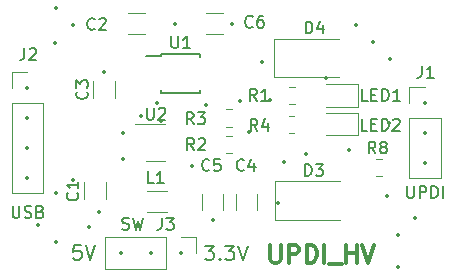
<source format=gto>
%TF.GenerationSoftware,KiCad,Pcbnew,7.0.7-7.0.7~ubuntu22.04.1*%
%TF.CreationDate,2023-08-23T16:26:45+03:00*%
%TF.ProjectId,updi_hv_reset,75706469-5f68-4765-9f72-657365742e6b,rev?*%
%TF.SameCoordinates,Original*%
%TF.FileFunction,Legend,Top*%
%TF.FilePolarity,Positive*%
%FSLAX46Y46*%
G04 Gerber Fmt 4.6, Leading zero omitted, Abs format (unit mm)*
G04 Created by KiCad (PCBNEW 7.0.7-7.0.7~ubuntu22.04.1) date 2023-08-23 16:26:45*
%MOMM*%
%LPD*%
G01*
G04 APERTURE LIST*
%ADD10C,0.300000*%
%ADD11C,0.200000*%
%ADD12C,0.150000*%
%ADD13C,0.120000*%
%ADD14C,0.350000*%
G04 APERTURE END LIST*
D10*
X122784510Y-121870828D02*
X122784510Y-123085114D01*
X122784510Y-123085114D02*
X122855939Y-123227971D01*
X122855939Y-123227971D02*
X122927368Y-123299400D01*
X122927368Y-123299400D02*
X123070225Y-123370828D01*
X123070225Y-123370828D02*
X123355939Y-123370828D01*
X123355939Y-123370828D02*
X123498796Y-123299400D01*
X123498796Y-123299400D02*
X123570225Y-123227971D01*
X123570225Y-123227971D02*
X123641653Y-123085114D01*
X123641653Y-123085114D02*
X123641653Y-121870828D01*
X124355939Y-123370828D02*
X124355939Y-121870828D01*
X124355939Y-121870828D02*
X124927368Y-121870828D01*
X124927368Y-121870828D02*
X125070225Y-121942257D01*
X125070225Y-121942257D02*
X125141654Y-122013685D01*
X125141654Y-122013685D02*
X125213082Y-122156542D01*
X125213082Y-122156542D02*
X125213082Y-122370828D01*
X125213082Y-122370828D02*
X125141654Y-122513685D01*
X125141654Y-122513685D02*
X125070225Y-122585114D01*
X125070225Y-122585114D02*
X124927368Y-122656542D01*
X124927368Y-122656542D02*
X124355939Y-122656542D01*
X125855939Y-123370828D02*
X125855939Y-121870828D01*
X125855939Y-121870828D02*
X126213082Y-121870828D01*
X126213082Y-121870828D02*
X126427368Y-121942257D01*
X126427368Y-121942257D02*
X126570225Y-122085114D01*
X126570225Y-122085114D02*
X126641654Y-122227971D01*
X126641654Y-122227971D02*
X126713082Y-122513685D01*
X126713082Y-122513685D02*
X126713082Y-122727971D01*
X126713082Y-122727971D02*
X126641654Y-123013685D01*
X126641654Y-123013685D02*
X126570225Y-123156542D01*
X126570225Y-123156542D02*
X126427368Y-123299400D01*
X126427368Y-123299400D02*
X126213082Y-123370828D01*
X126213082Y-123370828D02*
X125855939Y-123370828D01*
X127355939Y-123370828D02*
X127355939Y-121870828D01*
X127713083Y-123513685D02*
X128855940Y-123513685D01*
X129213082Y-123370828D02*
X129213082Y-121870828D01*
X129213082Y-122585114D02*
X130070225Y-122585114D01*
X130070225Y-123370828D02*
X130070225Y-121870828D01*
X130570226Y-121870828D02*
X131070226Y-123370828D01*
X131070226Y-123370828D02*
X131570226Y-121870828D01*
D11*
X117253006Y-121962742D02*
X117995863Y-121962742D01*
X117995863Y-121962742D02*
X117595863Y-122419885D01*
X117595863Y-122419885D02*
X117767292Y-122419885D01*
X117767292Y-122419885D02*
X117881578Y-122477028D01*
X117881578Y-122477028D02*
X117938720Y-122534171D01*
X117938720Y-122534171D02*
X117995863Y-122648457D01*
X117995863Y-122648457D02*
X117995863Y-122934171D01*
X117995863Y-122934171D02*
X117938720Y-123048457D01*
X117938720Y-123048457D02*
X117881578Y-123105600D01*
X117881578Y-123105600D02*
X117767292Y-123162742D01*
X117767292Y-123162742D02*
X117424435Y-123162742D01*
X117424435Y-123162742D02*
X117310149Y-123105600D01*
X117310149Y-123105600D02*
X117253006Y-123048457D01*
X118510149Y-123048457D02*
X118567292Y-123105600D01*
X118567292Y-123105600D02*
X118510149Y-123162742D01*
X118510149Y-123162742D02*
X118453006Y-123105600D01*
X118453006Y-123105600D02*
X118510149Y-123048457D01*
X118510149Y-123048457D02*
X118510149Y-123162742D01*
X118967292Y-121962742D02*
X119710149Y-121962742D01*
X119710149Y-121962742D02*
X119310149Y-122419885D01*
X119310149Y-122419885D02*
X119481578Y-122419885D01*
X119481578Y-122419885D02*
X119595864Y-122477028D01*
X119595864Y-122477028D02*
X119653006Y-122534171D01*
X119653006Y-122534171D02*
X119710149Y-122648457D01*
X119710149Y-122648457D02*
X119710149Y-122934171D01*
X119710149Y-122934171D02*
X119653006Y-123048457D01*
X119653006Y-123048457D02*
X119595864Y-123105600D01*
X119595864Y-123105600D02*
X119481578Y-123162742D01*
X119481578Y-123162742D02*
X119138721Y-123162742D01*
X119138721Y-123162742D02*
X119024435Y-123105600D01*
X119024435Y-123105600D02*
X118967292Y-123048457D01*
X120053006Y-121962742D02*
X120453006Y-123162742D01*
X120453006Y-123162742D02*
X120853006Y-121962742D01*
X106728720Y-121912742D02*
X106157292Y-121912742D01*
X106157292Y-121912742D02*
X106100149Y-122484171D01*
X106100149Y-122484171D02*
X106157292Y-122427028D01*
X106157292Y-122427028D02*
X106271578Y-122369885D01*
X106271578Y-122369885D02*
X106557292Y-122369885D01*
X106557292Y-122369885D02*
X106671578Y-122427028D01*
X106671578Y-122427028D02*
X106728720Y-122484171D01*
X106728720Y-122484171D02*
X106785863Y-122598457D01*
X106785863Y-122598457D02*
X106785863Y-122884171D01*
X106785863Y-122884171D02*
X106728720Y-122998457D01*
X106728720Y-122998457D02*
X106671578Y-123055600D01*
X106671578Y-123055600D02*
X106557292Y-123112742D01*
X106557292Y-123112742D02*
X106271578Y-123112742D01*
X106271578Y-123112742D02*
X106157292Y-123055600D01*
X106157292Y-123055600D02*
X106100149Y-122998457D01*
X107128720Y-121912742D02*
X107528720Y-123112742D01*
X107528720Y-123112742D02*
X107928720Y-121912742D01*
D12*
X101956666Y-105214819D02*
X101956666Y-105929104D01*
X101956666Y-105929104D02*
X101909047Y-106071961D01*
X101909047Y-106071961D02*
X101813809Y-106167200D01*
X101813809Y-106167200D02*
X101670952Y-106214819D01*
X101670952Y-106214819D02*
X101575714Y-106214819D01*
X102385238Y-105310057D02*
X102432857Y-105262438D01*
X102432857Y-105262438D02*
X102528095Y-105214819D01*
X102528095Y-105214819D02*
X102766190Y-105214819D01*
X102766190Y-105214819D02*
X102861428Y-105262438D01*
X102861428Y-105262438D02*
X102909047Y-105310057D01*
X102909047Y-105310057D02*
X102956666Y-105405295D01*
X102956666Y-105405295D02*
X102956666Y-105500533D01*
X102956666Y-105500533D02*
X102909047Y-105643390D01*
X102909047Y-105643390D02*
X102337619Y-106214819D01*
X102337619Y-106214819D02*
X102956666Y-106214819D01*
X100958095Y-118574819D02*
X100958095Y-119384342D01*
X100958095Y-119384342D02*
X101005714Y-119479580D01*
X101005714Y-119479580D02*
X101053333Y-119527200D01*
X101053333Y-119527200D02*
X101148571Y-119574819D01*
X101148571Y-119574819D02*
X101339047Y-119574819D01*
X101339047Y-119574819D02*
X101434285Y-119527200D01*
X101434285Y-119527200D02*
X101481904Y-119479580D01*
X101481904Y-119479580D02*
X101529523Y-119384342D01*
X101529523Y-119384342D02*
X101529523Y-118574819D01*
X101958095Y-119527200D02*
X102100952Y-119574819D01*
X102100952Y-119574819D02*
X102339047Y-119574819D01*
X102339047Y-119574819D02*
X102434285Y-119527200D01*
X102434285Y-119527200D02*
X102481904Y-119479580D01*
X102481904Y-119479580D02*
X102529523Y-119384342D01*
X102529523Y-119384342D02*
X102529523Y-119289104D01*
X102529523Y-119289104D02*
X102481904Y-119193866D01*
X102481904Y-119193866D02*
X102434285Y-119146247D01*
X102434285Y-119146247D02*
X102339047Y-119098628D01*
X102339047Y-119098628D02*
X102148571Y-119051009D01*
X102148571Y-119051009D02*
X102053333Y-119003390D01*
X102053333Y-119003390D02*
X102005714Y-118955771D01*
X102005714Y-118955771D02*
X101958095Y-118860533D01*
X101958095Y-118860533D02*
X101958095Y-118765295D01*
X101958095Y-118765295D02*
X102005714Y-118670057D01*
X102005714Y-118670057D02*
X102053333Y-118622438D01*
X102053333Y-118622438D02*
X102148571Y-118574819D01*
X102148571Y-118574819D02*
X102386666Y-118574819D01*
X102386666Y-118574819D02*
X102529523Y-118622438D01*
X103291428Y-119051009D02*
X103434285Y-119098628D01*
X103434285Y-119098628D02*
X103481904Y-119146247D01*
X103481904Y-119146247D02*
X103529523Y-119241485D01*
X103529523Y-119241485D02*
X103529523Y-119384342D01*
X103529523Y-119384342D02*
X103481904Y-119479580D01*
X103481904Y-119479580D02*
X103434285Y-119527200D01*
X103434285Y-119527200D02*
X103339047Y-119574819D01*
X103339047Y-119574819D02*
X102958095Y-119574819D01*
X102958095Y-119574819D02*
X102958095Y-118574819D01*
X102958095Y-118574819D02*
X103291428Y-118574819D01*
X103291428Y-118574819D02*
X103386666Y-118622438D01*
X103386666Y-118622438D02*
X103434285Y-118670057D01*
X103434285Y-118670057D02*
X103481904Y-118765295D01*
X103481904Y-118765295D02*
X103481904Y-118860533D01*
X103481904Y-118860533D02*
X103434285Y-118955771D01*
X103434285Y-118955771D02*
X103386666Y-119003390D01*
X103386666Y-119003390D02*
X103291428Y-119051009D01*
X103291428Y-119051009D02*
X102958095Y-119051009D01*
X121680833Y-112214819D02*
X121347500Y-111738628D01*
X121109405Y-112214819D02*
X121109405Y-111214819D01*
X121109405Y-111214819D02*
X121490357Y-111214819D01*
X121490357Y-111214819D02*
X121585595Y-111262438D01*
X121585595Y-111262438D02*
X121633214Y-111310057D01*
X121633214Y-111310057D02*
X121680833Y-111405295D01*
X121680833Y-111405295D02*
X121680833Y-111548152D01*
X121680833Y-111548152D02*
X121633214Y-111643390D01*
X121633214Y-111643390D02*
X121585595Y-111691009D01*
X121585595Y-111691009D02*
X121490357Y-111738628D01*
X121490357Y-111738628D02*
X121109405Y-111738628D01*
X122537976Y-111548152D02*
X122537976Y-112214819D01*
X122299881Y-111167200D02*
X122061786Y-111881485D01*
X122061786Y-111881485D02*
X122680833Y-111881485D01*
X112320595Y-110264819D02*
X112320595Y-111074342D01*
X112320595Y-111074342D02*
X112368214Y-111169580D01*
X112368214Y-111169580D02*
X112415833Y-111217200D01*
X112415833Y-111217200D02*
X112511071Y-111264819D01*
X112511071Y-111264819D02*
X112701547Y-111264819D01*
X112701547Y-111264819D02*
X112796785Y-111217200D01*
X112796785Y-111217200D02*
X112844404Y-111169580D01*
X112844404Y-111169580D02*
X112892023Y-111074342D01*
X112892023Y-111074342D02*
X112892023Y-110264819D01*
X113320595Y-110360057D02*
X113368214Y-110312438D01*
X113368214Y-110312438D02*
X113463452Y-110264819D01*
X113463452Y-110264819D02*
X113701547Y-110264819D01*
X113701547Y-110264819D02*
X113796785Y-110312438D01*
X113796785Y-110312438D02*
X113844404Y-110360057D01*
X113844404Y-110360057D02*
X113892023Y-110455295D01*
X113892023Y-110455295D02*
X113892023Y-110550533D01*
X113892023Y-110550533D02*
X113844404Y-110693390D01*
X113844404Y-110693390D02*
X113272976Y-111264819D01*
X113272976Y-111264819D02*
X113892023Y-111264819D01*
X106419580Y-117466666D02*
X106467200Y-117514285D01*
X106467200Y-117514285D02*
X106514819Y-117657142D01*
X106514819Y-117657142D02*
X106514819Y-117752380D01*
X106514819Y-117752380D02*
X106467200Y-117895237D01*
X106467200Y-117895237D02*
X106371961Y-117990475D01*
X106371961Y-117990475D02*
X106276723Y-118038094D01*
X106276723Y-118038094D02*
X106086247Y-118085713D01*
X106086247Y-118085713D02*
X105943390Y-118085713D01*
X105943390Y-118085713D02*
X105752914Y-118038094D01*
X105752914Y-118038094D02*
X105657676Y-117990475D01*
X105657676Y-117990475D02*
X105562438Y-117895237D01*
X105562438Y-117895237D02*
X105514819Y-117752380D01*
X105514819Y-117752380D02*
X105514819Y-117657142D01*
X105514819Y-117657142D02*
X105562438Y-117514285D01*
X105562438Y-117514285D02*
X105610057Y-117466666D01*
X106514819Y-116514285D02*
X106514819Y-117085713D01*
X106514819Y-116799999D02*
X105514819Y-116799999D01*
X105514819Y-116799999D02*
X105657676Y-116895237D01*
X105657676Y-116895237D02*
X105752914Y-116990475D01*
X105752914Y-116990475D02*
X105800533Y-117085713D01*
X125761905Y-103964819D02*
X125761905Y-102964819D01*
X125761905Y-102964819D02*
X126000000Y-102964819D01*
X126000000Y-102964819D02*
X126142857Y-103012438D01*
X126142857Y-103012438D02*
X126238095Y-103107676D01*
X126238095Y-103107676D02*
X126285714Y-103202914D01*
X126285714Y-103202914D02*
X126333333Y-103393390D01*
X126333333Y-103393390D02*
X126333333Y-103536247D01*
X126333333Y-103536247D02*
X126285714Y-103726723D01*
X126285714Y-103726723D02*
X126238095Y-103821961D01*
X126238095Y-103821961D02*
X126142857Y-103917200D01*
X126142857Y-103917200D02*
X126000000Y-103964819D01*
X126000000Y-103964819D02*
X125761905Y-103964819D01*
X127190476Y-103298152D02*
X127190476Y-103964819D01*
X126952381Y-102917200D02*
X126714286Y-103631485D01*
X126714286Y-103631485D02*
X127333333Y-103631485D01*
X131673333Y-114134819D02*
X131340000Y-113658628D01*
X131101905Y-114134819D02*
X131101905Y-113134819D01*
X131101905Y-113134819D02*
X131482857Y-113134819D01*
X131482857Y-113134819D02*
X131578095Y-113182438D01*
X131578095Y-113182438D02*
X131625714Y-113230057D01*
X131625714Y-113230057D02*
X131673333Y-113325295D01*
X131673333Y-113325295D02*
X131673333Y-113468152D01*
X131673333Y-113468152D02*
X131625714Y-113563390D01*
X131625714Y-113563390D02*
X131578095Y-113611009D01*
X131578095Y-113611009D02*
X131482857Y-113658628D01*
X131482857Y-113658628D02*
X131101905Y-113658628D01*
X132244762Y-113563390D02*
X132149524Y-113515771D01*
X132149524Y-113515771D02*
X132101905Y-113468152D01*
X132101905Y-113468152D02*
X132054286Y-113372914D01*
X132054286Y-113372914D02*
X132054286Y-113325295D01*
X132054286Y-113325295D02*
X132101905Y-113230057D01*
X132101905Y-113230057D02*
X132149524Y-113182438D01*
X132149524Y-113182438D02*
X132244762Y-113134819D01*
X132244762Y-113134819D02*
X132435238Y-113134819D01*
X132435238Y-113134819D02*
X132530476Y-113182438D01*
X132530476Y-113182438D02*
X132578095Y-113230057D01*
X132578095Y-113230057D02*
X132625714Y-113325295D01*
X132625714Y-113325295D02*
X132625714Y-113372914D01*
X132625714Y-113372914D02*
X132578095Y-113468152D01*
X132578095Y-113468152D02*
X132530476Y-113515771D01*
X132530476Y-113515771D02*
X132435238Y-113563390D01*
X132435238Y-113563390D02*
X132244762Y-113563390D01*
X132244762Y-113563390D02*
X132149524Y-113611009D01*
X132149524Y-113611009D02*
X132101905Y-113658628D01*
X132101905Y-113658628D02*
X132054286Y-113753866D01*
X132054286Y-113753866D02*
X132054286Y-113944342D01*
X132054286Y-113944342D02*
X132101905Y-114039580D01*
X132101905Y-114039580D02*
X132149524Y-114087200D01*
X132149524Y-114087200D02*
X132244762Y-114134819D01*
X132244762Y-114134819D02*
X132435238Y-114134819D01*
X132435238Y-114134819D02*
X132530476Y-114087200D01*
X132530476Y-114087200D02*
X132578095Y-114039580D01*
X132578095Y-114039580D02*
X132625714Y-113944342D01*
X132625714Y-113944342D02*
X132625714Y-113753866D01*
X132625714Y-113753866D02*
X132578095Y-113658628D01*
X132578095Y-113658628D02*
X132530476Y-113611009D01*
X132530476Y-113611009D02*
X132435238Y-113563390D01*
X130970952Y-112194819D02*
X130494762Y-112194819D01*
X130494762Y-112194819D02*
X130494762Y-111194819D01*
X131304286Y-111671009D02*
X131637619Y-111671009D01*
X131780476Y-112194819D02*
X131304286Y-112194819D01*
X131304286Y-112194819D02*
X131304286Y-111194819D01*
X131304286Y-111194819D02*
X131780476Y-111194819D01*
X132209048Y-112194819D02*
X132209048Y-111194819D01*
X132209048Y-111194819D02*
X132447143Y-111194819D01*
X132447143Y-111194819D02*
X132590000Y-111242438D01*
X132590000Y-111242438D02*
X132685238Y-111337676D01*
X132685238Y-111337676D02*
X132732857Y-111432914D01*
X132732857Y-111432914D02*
X132780476Y-111623390D01*
X132780476Y-111623390D02*
X132780476Y-111766247D01*
X132780476Y-111766247D02*
X132732857Y-111956723D01*
X132732857Y-111956723D02*
X132685238Y-112051961D01*
X132685238Y-112051961D02*
X132590000Y-112147200D01*
X132590000Y-112147200D02*
X132447143Y-112194819D01*
X132447143Y-112194819D02*
X132209048Y-112194819D01*
X133161429Y-111290057D02*
X133209048Y-111242438D01*
X133209048Y-111242438D02*
X133304286Y-111194819D01*
X133304286Y-111194819D02*
X133542381Y-111194819D01*
X133542381Y-111194819D02*
X133637619Y-111242438D01*
X133637619Y-111242438D02*
X133685238Y-111290057D01*
X133685238Y-111290057D02*
X133732857Y-111385295D01*
X133732857Y-111385295D02*
X133732857Y-111480533D01*
X133732857Y-111480533D02*
X133685238Y-111623390D01*
X133685238Y-111623390D02*
X133113810Y-112194819D01*
X133113810Y-112194819D02*
X133732857Y-112194819D01*
X135586666Y-106714819D02*
X135586666Y-107429104D01*
X135586666Y-107429104D02*
X135539047Y-107571961D01*
X135539047Y-107571961D02*
X135443809Y-107667200D01*
X135443809Y-107667200D02*
X135300952Y-107714819D01*
X135300952Y-107714819D02*
X135205714Y-107714819D01*
X136586666Y-107714819D02*
X136015238Y-107714819D01*
X136300952Y-107714819D02*
X136300952Y-106714819D01*
X136300952Y-106714819D02*
X136205714Y-106857676D01*
X136205714Y-106857676D02*
X136110476Y-106952914D01*
X136110476Y-106952914D02*
X136015238Y-107000533D01*
X134356191Y-116884819D02*
X134356191Y-117694342D01*
X134356191Y-117694342D02*
X134403810Y-117789580D01*
X134403810Y-117789580D02*
X134451429Y-117837200D01*
X134451429Y-117837200D02*
X134546667Y-117884819D01*
X134546667Y-117884819D02*
X134737143Y-117884819D01*
X134737143Y-117884819D02*
X134832381Y-117837200D01*
X134832381Y-117837200D02*
X134880000Y-117789580D01*
X134880000Y-117789580D02*
X134927619Y-117694342D01*
X134927619Y-117694342D02*
X134927619Y-116884819D01*
X135403810Y-117884819D02*
X135403810Y-116884819D01*
X135403810Y-116884819D02*
X135784762Y-116884819D01*
X135784762Y-116884819D02*
X135880000Y-116932438D01*
X135880000Y-116932438D02*
X135927619Y-116980057D01*
X135927619Y-116980057D02*
X135975238Y-117075295D01*
X135975238Y-117075295D02*
X135975238Y-117218152D01*
X135975238Y-117218152D02*
X135927619Y-117313390D01*
X135927619Y-117313390D02*
X135880000Y-117361009D01*
X135880000Y-117361009D02*
X135784762Y-117408628D01*
X135784762Y-117408628D02*
X135403810Y-117408628D01*
X136403810Y-117884819D02*
X136403810Y-116884819D01*
X136403810Y-116884819D02*
X136641905Y-116884819D01*
X136641905Y-116884819D02*
X136784762Y-116932438D01*
X136784762Y-116932438D02*
X136880000Y-117027676D01*
X136880000Y-117027676D02*
X136927619Y-117122914D01*
X136927619Y-117122914D02*
X136975238Y-117313390D01*
X136975238Y-117313390D02*
X136975238Y-117456247D01*
X136975238Y-117456247D02*
X136927619Y-117646723D01*
X136927619Y-117646723D02*
X136880000Y-117741961D01*
X136880000Y-117741961D02*
X136784762Y-117837200D01*
X136784762Y-117837200D02*
X136641905Y-117884819D01*
X136641905Y-117884819D02*
X136403810Y-117884819D01*
X137403810Y-117884819D02*
X137403810Y-116884819D01*
X107219580Y-108906666D02*
X107267200Y-108954285D01*
X107267200Y-108954285D02*
X107314819Y-109097142D01*
X107314819Y-109097142D02*
X107314819Y-109192380D01*
X107314819Y-109192380D02*
X107267200Y-109335237D01*
X107267200Y-109335237D02*
X107171961Y-109430475D01*
X107171961Y-109430475D02*
X107076723Y-109478094D01*
X107076723Y-109478094D02*
X106886247Y-109525713D01*
X106886247Y-109525713D02*
X106743390Y-109525713D01*
X106743390Y-109525713D02*
X106552914Y-109478094D01*
X106552914Y-109478094D02*
X106457676Y-109430475D01*
X106457676Y-109430475D02*
X106362438Y-109335237D01*
X106362438Y-109335237D02*
X106314819Y-109192380D01*
X106314819Y-109192380D02*
X106314819Y-109097142D01*
X106314819Y-109097142D02*
X106362438Y-108954285D01*
X106362438Y-108954285D02*
X106410057Y-108906666D01*
X106314819Y-108573332D02*
X106314819Y-107954285D01*
X106314819Y-107954285D02*
X106695771Y-108287618D01*
X106695771Y-108287618D02*
X106695771Y-108144761D01*
X106695771Y-108144761D02*
X106743390Y-108049523D01*
X106743390Y-108049523D02*
X106791009Y-108001904D01*
X106791009Y-108001904D02*
X106886247Y-107954285D01*
X106886247Y-107954285D02*
X107124342Y-107954285D01*
X107124342Y-107954285D02*
X107219580Y-108001904D01*
X107219580Y-108001904D02*
X107267200Y-108049523D01*
X107267200Y-108049523D02*
X107314819Y-108144761D01*
X107314819Y-108144761D02*
X107314819Y-108430475D01*
X107314819Y-108430475D02*
X107267200Y-108525713D01*
X107267200Y-108525713D02*
X107219580Y-108573332D01*
X125701905Y-116044819D02*
X125701905Y-115044819D01*
X125701905Y-115044819D02*
X125940000Y-115044819D01*
X125940000Y-115044819D02*
X126082857Y-115092438D01*
X126082857Y-115092438D02*
X126178095Y-115187676D01*
X126178095Y-115187676D02*
X126225714Y-115282914D01*
X126225714Y-115282914D02*
X126273333Y-115473390D01*
X126273333Y-115473390D02*
X126273333Y-115616247D01*
X126273333Y-115616247D02*
X126225714Y-115806723D01*
X126225714Y-115806723D02*
X126178095Y-115901961D01*
X126178095Y-115901961D02*
X126082857Y-115997200D01*
X126082857Y-115997200D02*
X125940000Y-116044819D01*
X125940000Y-116044819D02*
X125701905Y-116044819D01*
X126606667Y-115044819D02*
X127225714Y-115044819D01*
X127225714Y-115044819D02*
X126892381Y-115425771D01*
X126892381Y-115425771D02*
X127035238Y-115425771D01*
X127035238Y-115425771D02*
X127130476Y-115473390D01*
X127130476Y-115473390D02*
X127178095Y-115521009D01*
X127178095Y-115521009D02*
X127225714Y-115616247D01*
X127225714Y-115616247D02*
X127225714Y-115854342D01*
X127225714Y-115854342D02*
X127178095Y-115949580D01*
X127178095Y-115949580D02*
X127130476Y-115997200D01*
X127130476Y-115997200D02*
X127035238Y-116044819D01*
X127035238Y-116044819D02*
X126749524Y-116044819D01*
X126749524Y-116044819D02*
X126654286Y-115997200D01*
X126654286Y-115997200D02*
X126606667Y-115949580D01*
X114388095Y-104204819D02*
X114388095Y-105014342D01*
X114388095Y-105014342D02*
X114435714Y-105109580D01*
X114435714Y-105109580D02*
X114483333Y-105157200D01*
X114483333Y-105157200D02*
X114578571Y-105204819D01*
X114578571Y-105204819D02*
X114769047Y-105204819D01*
X114769047Y-105204819D02*
X114864285Y-105157200D01*
X114864285Y-105157200D02*
X114911904Y-105109580D01*
X114911904Y-105109580D02*
X114959523Y-105014342D01*
X114959523Y-105014342D02*
X114959523Y-104204819D01*
X115959523Y-105204819D02*
X115388095Y-105204819D01*
X115673809Y-105204819D02*
X115673809Y-104204819D01*
X115673809Y-104204819D02*
X115578571Y-104347676D01*
X115578571Y-104347676D02*
X115483333Y-104442914D01*
X115483333Y-104442914D02*
X115388095Y-104490533D01*
X120533333Y-115519580D02*
X120485714Y-115567200D01*
X120485714Y-115567200D02*
X120342857Y-115614819D01*
X120342857Y-115614819D02*
X120247619Y-115614819D01*
X120247619Y-115614819D02*
X120104762Y-115567200D01*
X120104762Y-115567200D02*
X120009524Y-115471961D01*
X120009524Y-115471961D02*
X119961905Y-115376723D01*
X119961905Y-115376723D02*
X119914286Y-115186247D01*
X119914286Y-115186247D02*
X119914286Y-115043390D01*
X119914286Y-115043390D02*
X119961905Y-114852914D01*
X119961905Y-114852914D02*
X120009524Y-114757676D01*
X120009524Y-114757676D02*
X120104762Y-114662438D01*
X120104762Y-114662438D02*
X120247619Y-114614819D01*
X120247619Y-114614819D02*
X120342857Y-114614819D01*
X120342857Y-114614819D02*
X120485714Y-114662438D01*
X120485714Y-114662438D02*
X120533333Y-114710057D01*
X121390476Y-114948152D02*
X121390476Y-115614819D01*
X121152381Y-114567200D02*
X120914286Y-115281485D01*
X120914286Y-115281485D02*
X121533333Y-115281485D01*
X112883333Y-116644819D02*
X112407143Y-116644819D01*
X112407143Y-116644819D02*
X112407143Y-115644819D01*
X113740476Y-116644819D02*
X113169048Y-116644819D01*
X113454762Y-116644819D02*
X113454762Y-115644819D01*
X113454762Y-115644819D02*
X113359524Y-115787676D01*
X113359524Y-115787676D02*
X113264286Y-115882914D01*
X113264286Y-115882914D02*
X113169048Y-115930533D01*
X116273333Y-111654819D02*
X115940000Y-111178628D01*
X115701905Y-111654819D02*
X115701905Y-110654819D01*
X115701905Y-110654819D02*
X116082857Y-110654819D01*
X116082857Y-110654819D02*
X116178095Y-110702438D01*
X116178095Y-110702438D02*
X116225714Y-110750057D01*
X116225714Y-110750057D02*
X116273333Y-110845295D01*
X116273333Y-110845295D02*
X116273333Y-110988152D01*
X116273333Y-110988152D02*
X116225714Y-111083390D01*
X116225714Y-111083390D02*
X116178095Y-111131009D01*
X116178095Y-111131009D02*
X116082857Y-111178628D01*
X116082857Y-111178628D02*
X115701905Y-111178628D01*
X116606667Y-110654819D02*
X117225714Y-110654819D01*
X117225714Y-110654819D02*
X116892381Y-111035771D01*
X116892381Y-111035771D02*
X117035238Y-111035771D01*
X117035238Y-111035771D02*
X117130476Y-111083390D01*
X117130476Y-111083390D02*
X117178095Y-111131009D01*
X117178095Y-111131009D02*
X117225714Y-111226247D01*
X117225714Y-111226247D02*
X117225714Y-111464342D01*
X117225714Y-111464342D02*
X117178095Y-111559580D01*
X117178095Y-111559580D02*
X117130476Y-111607200D01*
X117130476Y-111607200D02*
X117035238Y-111654819D01*
X117035238Y-111654819D02*
X116749524Y-111654819D01*
X116749524Y-111654819D02*
X116654286Y-111607200D01*
X116654286Y-111607200D02*
X116606667Y-111559580D01*
X121263333Y-103389580D02*
X121215714Y-103437200D01*
X121215714Y-103437200D02*
X121072857Y-103484819D01*
X121072857Y-103484819D02*
X120977619Y-103484819D01*
X120977619Y-103484819D02*
X120834762Y-103437200D01*
X120834762Y-103437200D02*
X120739524Y-103341961D01*
X120739524Y-103341961D02*
X120691905Y-103246723D01*
X120691905Y-103246723D02*
X120644286Y-103056247D01*
X120644286Y-103056247D02*
X120644286Y-102913390D01*
X120644286Y-102913390D02*
X120691905Y-102722914D01*
X120691905Y-102722914D02*
X120739524Y-102627676D01*
X120739524Y-102627676D02*
X120834762Y-102532438D01*
X120834762Y-102532438D02*
X120977619Y-102484819D01*
X120977619Y-102484819D02*
X121072857Y-102484819D01*
X121072857Y-102484819D02*
X121215714Y-102532438D01*
X121215714Y-102532438D02*
X121263333Y-102580057D01*
X122120476Y-102484819D02*
X121930000Y-102484819D01*
X121930000Y-102484819D02*
X121834762Y-102532438D01*
X121834762Y-102532438D02*
X121787143Y-102580057D01*
X121787143Y-102580057D02*
X121691905Y-102722914D01*
X121691905Y-102722914D02*
X121644286Y-102913390D01*
X121644286Y-102913390D02*
X121644286Y-103294342D01*
X121644286Y-103294342D02*
X121691905Y-103389580D01*
X121691905Y-103389580D02*
X121739524Y-103437200D01*
X121739524Y-103437200D02*
X121834762Y-103484819D01*
X121834762Y-103484819D02*
X122025238Y-103484819D01*
X122025238Y-103484819D02*
X122120476Y-103437200D01*
X122120476Y-103437200D02*
X122168095Y-103389580D01*
X122168095Y-103389580D02*
X122215714Y-103294342D01*
X122215714Y-103294342D02*
X122215714Y-103056247D01*
X122215714Y-103056247D02*
X122168095Y-102961009D01*
X122168095Y-102961009D02*
X122120476Y-102913390D01*
X122120476Y-102913390D02*
X122025238Y-102865771D01*
X122025238Y-102865771D02*
X121834762Y-102865771D01*
X121834762Y-102865771D02*
X121739524Y-102913390D01*
X121739524Y-102913390D02*
X121691905Y-102961009D01*
X121691905Y-102961009D02*
X121644286Y-103056247D01*
X117603333Y-115519580D02*
X117555714Y-115567200D01*
X117555714Y-115567200D02*
X117412857Y-115614819D01*
X117412857Y-115614819D02*
X117317619Y-115614819D01*
X117317619Y-115614819D02*
X117174762Y-115567200D01*
X117174762Y-115567200D02*
X117079524Y-115471961D01*
X117079524Y-115471961D02*
X117031905Y-115376723D01*
X117031905Y-115376723D02*
X116984286Y-115186247D01*
X116984286Y-115186247D02*
X116984286Y-115043390D01*
X116984286Y-115043390D02*
X117031905Y-114852914D01*
X117031905Y-114852914D02*
X117079524Y-114757676D01*
X117079524Y-114757676D02*
X117174762Y-114662438D01*
X117174762Y-114662438D02*
X117317619Y-114614819D01*
X117317619Y-114614819D02*
X117412857Y-114614819D01*
X117412857Y-114614819D02*
X117555714Y-114662438D01*
X117555714Y-114662438D02*
X117603333Y-114710057D01*
X118508095Y-114614819D02*
X118031905Y-114614819D01*
X118031905Y-114614819D02*
X117984286Y-115091009D01*
X117984286Y-115091009D02*
X118031905Y-115043390D01*
X118031905Y-115043390D02*
X118127143Y-114995771D01*
X118127143Y-114995771D02*
X118365238Y-114995771D01*
X118365238Y-114995771D02*
X118460476Y-115043390D01*
X118460476Y-115043390D02*
X118508095Y-115091009D01*
X118508095Y-115091009D02*
X118555714Y-115186247D01*
X118555714Y-115186247D02*
X118555714Y-115424342D01*
X118555714Y-115424342D02*
X118508095Y-115519580D01*
X118508095Y-115519580D02*
X118460476Y-115567200D01*
X118460476Y-115567200D02*
X118365238Y-115614819D01*
X118365238Y-115614819D02*
X118127143Y-115614819D01*
X118127143Y-115614819D02*
X118031905Y-115567200D01*
X118031905Y-115567200D02*
X117984286Y-115519580D01*
X131000952Y-109684819D02*
X130524762Y-109684819D01*
X130524762Y-109684819D02*
X130524762Y-108684819D01*
X131334286Y-109161009D02*
X131667619Y-109161009D01*
X131810476Y-109684819D02*
X131334286Y-109684819D01*
X131334286Y-109684819D02*
X131334286Y-108684819D01*
X131334286Y-108684819D02*
X131810476Y-108684819D01*
X132239048Y-109684819D02*
X132239048Y-108684819D01*
X132239048Y-108684819D02*
X132477143Y-108684819D01*
X132477143Y-108684819D02*
X132620000Y-108732438D01*
X132620000Y-108732438D02*
X132715238Y-108827676D01*
X132715238Y-108827676D02*
X132762857Y-108922914D01*
X132762857Y-108922914D02*
X132810476Y-109113390D01*
X132810476Y-109113390D02*
X132810476Y-109256247D01*
X132810476Y-109256247D02*
X132762857Y-109446723D01*
X132762857Y-109446723D02*
X132715238Y-109541961D01*
X132715238Y-109541961D02*
X132620000Y-109637200D01*
X132620000Y-109637200D02*
X132477143Y-109684819D01*
X132477143Y-109684819D02*
X132239048Y-109684819D01*
X133762857Y-109684819D02*
X133191429Y-109684819D01*
X133477143Y-109684819D02*
X133477143Y-108684819D01*
X133477143Y-108684819D02*
X133381905Y-108827676D01*
X133381905Y-108827676D02*
X133286667Y-108922914D01*
X133286667Y-108922914D02*
X133191429Y-108970533D01*
X113586666Y-119594819D02*
X113586666Y-120309104D01*
X113586666Y-120309104D02*
X113539047Y-120451961D01*
X113539047Y-120451961D02*
X113443809Y-120547200D01*
X113443809Y-120547200D02*
X113300952Y-120594819D01*
X113300952Y-120594819D02*
X113205714Y-120594819D01*
X113967619Y-119594819D02*
X114586666Y-119594819D01*
X114586666Y-119594819D02*
X114253333Y-119975771D01*
X114253333Y-119975771D02*
X114396190Y-119975771D01*
X114396190Y-119975771D02*
X114491428Y-120023390D01*
X114491428Y-120023390D02*
X114539047Y-120071009D01*
X114539047Y-120071009D02*
X114586666Y-120166247D01*
X114586666Y-120166247D02*
X114586666Y-120404342D01*
X114586666Y-120404342D02*
X114539047Y-120499580D01*
X114539047Y-120499580D02*
X114491428Y-120547200D01*
X114491428Y-120547200D02*
X114396190Y-120594819D01*
X114396190Y-120594819D02*
X114110476Y-120594819D01*
X114110476Y-120594819D02*
X114015238Y-120547200D01*
X114015238Y-120547200D02*
X113967619Y-120499580D01*
X110242857Y-120527200D02*
X110385714Y-120574819D01*
X110385714Y-120574819D02*
X110623809Y-120574819D01*
X110623809Y-120574819D02*
X110719047Y-120527200D01*
X110719047Y-120527200D02*
X110766666Y-120479580D01*
X110766666Y-120479580D02*
X110814285Y-120384342D01*
X110814285Y-120384342D02*
X110814285Y-120289104D01*
X110814285Y-120289104D02*
X110766666Y-120193866D01*
X110766666Y-120193866D02*
X110719047Y-120146247D01*
X110719047Y-120146247D02*
X110623809Y-120098628D01*
X110623809Y-120098628D02*
X110433333Y-120051009D01*
X110433333Y-120051009D02*
X110338095Y-120003390D01*
X110338095Y-120003390D02*
X110290476Y-119955771D01*
X110290476Y-119955771D02*
X110242857Y-119860533D01*
X110242857Y-119860533D02*
X110242857Y-119765295D01*
X110242857Y-119765295D02*
X110290476Y-119670057D01*
X110290476Y-119670057D02*
X110338095Y-119622438D01*
X110338095Y-119622438D02*
X110433333Y-119574819D01*
X110433333Y-119574819D02*
X110671428Y-119574819D01*
X110671428Y-119574819D02*
X110814285Y-119622438D01*
X111147619Y-119574819D02*
X111385714Y-120574819D01*
X111385714Y-120574819D02*
X111576190Y-119860533D01*
X111576190Y-119860533D02*
X111766666Y-120574819D01*
X111766666Y-120574819D02*
X112004762Y-119574819D01*
X116313333Y-113834819D02*
X115980000Y-113358628D01*
X115741905Y-113834819D02*
X115741905Y-112834819D01*
X115741905Y-112834819D02*
X116122857Y-112834819D01*
X116122857Y-112834819D02*
X116218095Y-112882438D01*
X116218095Y-112882438D02*
X116265714Y-112930057D01*
X116265714Y-112930057D02*
X116313333Y-113025295D01*
X116313333Y-113025295D02*
X116313333Y-113168152D01*
X116313333Y-113168152D02*
X116265714Y-113263390D01*
X116265714Y-113263390D02*
X116218095Y-113311009D01*
X116218095Y-113311009D02*
X116122857Y-113358628D01*
X116122857Y-113358628D02*
X115741905Y-113358628D01*
X116694286Y-112930057D02*
X116741905Y-112882438D01*
X116741905Y-112882438D02*
X116837143Y-112834819D01*
X116837143Y-112834819D02*
X117075238Y-112834819D01*
X117075238Y-112834819D02*
X117170476Y-112882438D01*
X117170476Y-112882438D02*
X117218095Y-112930057D01*
X117218095Y-112930057D02*
X117265714Y-113025295D01*
X117265714Y-113025295D02*
X117265714Y-113120533D01*
X117265714Y-113120533D02*
X117218095Y-113263390D01*
X117218095Y-113263390D02*
X116646667Y-113834819D01*
X116646667Y-113834819D02*
X117265714Y-113834819D01*
X107893333Y-103569580D02*
X107845714Y-103617200D01*
X107845714Y-103617200D02*
X107702857Y-103664819D01*
X107702857Y-103664819D02*
X107607619Y-103664819D01*
X107607619Y-103664819D02*
X107464762Y-103617200D01*
X107464762Y-103617200D02*
X107369524Y-103521961D01*
X107369524Y-103521961D02*
X107321905Y-103426723D01*
X107321905Y-103426723D02*
X107274286Y-103236247D01*
X107274286Y-103236247D02*
X107274286Y-103093390D01*
X107274286Y-103093390D02*
X107321905Y-102902914D01*
X107321905Y-102902914D02*
X107369524Y-102807676D01*
X107369524Y-102807676D02*
X107464762Y-102712438D01*
X107464762Y-102712438D02*
X107607619Y-102664819D01*
X107607619Y-102664819D02*
X107702857Y-102664819D01*
X107702857Y-102664819D02*
X107845714Y-102712438D01*
X107845714Y-102712438D02*
X107893333Y-102760057D01*
X108274286Y-102760057D02*
X108321905Y-102712438D01*
X108321905Y-102712438D02*
X108417143Y-102664819D01*
X108417143Y-102664819D02*
X108655238Y-102664819D01*
X108655238Y-102664819D02*
X108750476Y-102712438D01*
X108750476Y-102712438D02*
X108798095Y-102760057D01*
X108798095Y-102760057D02*
X108845714Y-102855295D01*
X108845714Y-102855295D02*
X108845714Y-102950533D01*
X108845714Y-102950533D02*
X108798095Y-103093390D01*
X108798095Y-103093390D02*
X108226667Y-103664819D01*
X108226667Y-103664819D02*
X108845714Y-103664819D01*
X121620833Y-109654819D02*
X121287500Y-109178628D01*
X121049405Y-109654819D02*
X121049405Y-108654819D01*
X121049405Y-108654819D02*
X121430357Y-108654819D01*
X121430357Y-108654819D02*
X121525595Y-108702438D01*
X121525595Y-108702438D02*
X121573214Y-108750057D01*
X121573214Y-108750057D02*
X121620833Y-108845295D01*
X121620833Y-108845295D02*
X121620833Y-108988152D01*
X121620833Y-108988152D02*
X121573214Y-109083390D01*
X121573214Y-109083390D02*
X121525595Y-109131009D01*
X121525595Y-109131009D02*
X121430357Y-109178628D01*
X121430357Y-109178628D02*
X121049405Y-109178628D01*
X122573214Y-109654819D02*
X122001786Y-109654819D01*
X122287500Y-109654819D02*
X122287500Y-108654819D01*
X122287500Y-108654819D02*
X122192262Y-108797676D01*
X122192262Y-108797676D02*
X122097024Y-108892914D01*
X122097024Y-108892914D02*
X122001786Y-108940533D01*
D13*
%TO.C,J2*%
X100860000Y-107240000D02*
X102190000Y-107240000D01*
X100860000Y-108570000D02*
X100860000Y-107240000D01*
X100860000Y-109840000D02*
X100860000Y-117520000D01*
X100860000Y-109840000D02*
X103520000Y-109840000D01*
X100860000Y-117520000D02*
X103520000Y-117520000D01*
X103520000Y-109840000D02*
X103520000Y-117520000D01*
%TO.C,R4*%
X124320436Y-110945000D02*
X124774564Y-110945000D01*
X124320436Y-112415000D02*
X124774564Y-112415000D01*
%TO.C,U2*%
X113082500Y-111650000D02*
X111282500Y-111650000D01*
X113082500Y-111650000D02*
X113882500Y-111650000D01*
X113082500Y-114770000D02*
X112282500Y-114770000D01*
X113082500Y-114770000D02*
X113882500Y-114770000D01*
%TO.C,C1*%
X107000000Y-118011252D02*
X107000000Y-116588748D01*
X108820000Y-118011252D02*
X108820000Y-116588748D01*
%TO.C,D4*%
X123040000Y-104400000D02*
X123040000Y-107700000D01*
X123040000Y-104400000D02*
X128550000Y-104400000D01*
X123040000Y-107700000D02*
X128550000Y-107700000D01*
%TO.C,R8*%
X131740436Y-114595000D02*
X132194564Y-114595000D01*
X131740436Y-116065000D02*
X132194564Y-116065000D01*
%TO.C,LED2*%
X130202500Y-112610000D02*
X130202500Y-110690000D01*
X130202500Y-110690000D02*
X127517500Y-110690000D01*
X127517500Y-112610000D02*
X130202500Y-112610000D01*
%TO.C,J1*%
X134550000Y-108495000D02*
X135880000Y-108495000D01*
X134550000Y-109825000D02*
X134550000Y-108495000D01*
X134550000Y-111095000D02*
X134550000Y-116235000D01*
X134550000Y-111095000D02*
X137210000Y-111095000D01*
X134550000Y-116235000D02*
X137210000Y-116235000D01*
X137210000Y-111095000D02*
X137210000Y-116235000D01*
%TO.C,C3*%
X109600000Y-108028748D02*
X109600000Y-109451252D01*
X107780000Y-108028748D02*
X107780000Y-109451252D01*
%TO.C,D3*%
X123162500Y-116470000D02*
X123162500Y-119770000D01*
X123162500Y-116470000D02*
X128672500Y-116470000D01*
X123162500Y-119770000D02*
X128672500Y-119770000D01*
D12*
%TO.C,U1*%
X113475000Y-105675000D02*
X113475000Y-105900000D01*
X113475000Y-105675000D02*
X116825000Y-105675000D01*
X113475000Y-105900000D02*
X112250000Y-105900000D01*
X113475000Y-109025000D02*
X113475000Y-108725000D01*
X113475000Y-109025000D02*
X116825000Y-109025000D01*
X116825000Y-105675000D02*
X116825000Y-105975000D01*
X116825000Y-109025000D02*
X116825000Y-108725000D01*
D13*
%TO.C,C4*%
X119850000Y-118961252D02*
X119850000Y-117538748D01*
X121670000Y-118961252D02*
X121670000Y-117538748D01*
%TO.C,L1*%
X112324758Y-117290000D02*
X113995242Y-117290000D01*
X112324758Y-119110000D02*
X113995242Y-119110000D01*
%TO.C,R3*%
X119042936Y-110405000D02*
X119497064Y-110405000D01*
X119042936Y-111875000D02*
X119497064Y-111875000D01*
%TO.C,C6*%
X118771252Y-104040000D02*
X117348748Y-104040000D01*
X118771252Y-102220000D02*
X117348748Y-102220000D01*
%TO.C,C5*%
X116970000Y-118961252D02*
X116970000Y-117538748D01*
X118790000Y-118961252D02*
X118790000Y-117538748D01*
%TO.C,LED1*%
X130202500Y-110180000D02*
X130202500Y-108260000D01*
X130202500Y-108260000D02*
X127517500Y-108260000D01*
X127517500Y-110180000D02*
X130202500Y-110180000D01*
%TO.C,J3*%
X116505000Y-121230000D02*
X116505000Y-122560000D01*
X115175000Y-121230000D02*
X116505000Y-121230000D01*
X113905000Y-121230000D02*
X108765000Y-121230000D01*
X113905000Y-121230000D02*
X113905000Y-123890000D01*
X108765000Y-121230000D02*
X108765000Y-123890000D01*
X113905000Y-123890000D02*
X108765000Y-123890000D01*
%TO.C,R2*%
X119032936Y-112665000D02*
X119487064Y-112665000D01*
X119032936Y-114135000D02*
X119487064Y-114135000D01*
%TO.C,C2*%
X110698748Y-102220000D02*
X112121252Y-102220000D01*
X110698748Y-104040000D02*
X112121252Y-104040000D01*
%TO.C,R1*%
X124370436Y-108475000D02*
X124824564Y-108475000D01*
X124370436Y-109945000D02*
X124824564Y-109945000D01*
%TD*%
D14*
X123402500Y-118290000D03*
X108260000Y-119110000D03*
X132610000Y-117740000D03*
X135010000Y-119560000D03*
X132800000Y-111570000D03*
X116110000Y-115220000D03*
X133550000Y-123750000D03*
X104580000Y-104740000D03*
X104590000Y-117440000D03*
X125800000Y-114150000D03*
X121000000Y-112320000D03*
X127480000Y-107740000D03*
X129990000Y-103280000D03*
X106040000Y-103280000D03*
X110270000Y-114560000D03*
X104600000Y-101820000D03*
X107410000Y-120320000D03*
X104600000Y-121640000D03*
X111790000Y-111000000D03*
X129430000Y-113830000D03*
X132890000Y-106120000D03*
X133610000Y-121000000D03*
X131430000Y-104720000D03*
X103090000Y-120220000D03*
X122100000Y-106430000D03*
X114730000Y-103150000D03*
X113180000Y-109830000D03*
X108730000Y-107270000D03*
X110260000Y-112380000D03*
X122750000Y-109600000D03*
X119535000Y-103130000D03*
X117350000Y-110020000D03*
X117880000Y-119725000D03*
X123960000Y-114850000D03*
X106060000Y-116400000D03*
X113502329Y-111389128D03*
X120240000Y-109660000D03*
X102190000Y-108570000D03*
X102190000Y-111110000D03*
X102190000Y-113650000D03*
X102190000Y-116190000D03*
X135880000Y-109825000D03*
X135880000Y-112365000D03*
X135880000Y-114905000D03*
X115175000Y-122560000D03*
X112635000Y-122560000D03*
X110095000Y-122560000D03*
M02*

</source>
